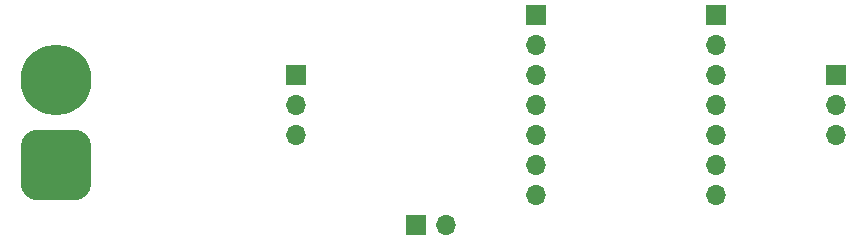
<source format=gbr>
%TF.GenerationSoftware,KiCad,Pcbnew,6.0.4-6f826c9f35~116~ubuntu20.04.1*%
%TF.CreationDate,2022-04-05T15:18:14+02:00*%
%TF.ProjectId,TestProject,54657374-5072-46f6-9a65-63742e6b6963,rev?*%
%TF.SameCoordinates,Original*%
%TF.FileFunction,Soldermask,Bot*%
%TF.FilePolarity,Negative*%
%FSLAX46Y46*%
G04 Gerber Fmt 4.6, Leading zero omitted, Abs format (unit mm)*
G04 Created by KiCad (PCBNEW 6.0.4-6f826c9f35~116~ubuntu20.04.1) date 2022-04-05 15:18:14*
%MOMM*%
%LPD*%
G01*
G04 APERTURE LIST*
G04 Aperture macros list*
%AMRoundRect*
0 Rectangle with rounded corners*
0 $1 Rounding radius*
0 $2 $3 $4 $5 $6 $7 $8 $9 X,Y pos of 4 corners*
0 Add a 4 corners polygon primitive as box body*
4,1,4,$2,$3,$4,$5,$6,$7,$8,$9,$2,$3,0*
0 Add four circle primitives for the rounded corners*
1,1,$1+$1,$2,$3*
1,1,$1+$1,$4,$5*
1,1,$1+$1,$6,$7*
1,1,$1+$1,$8,$9*
0 Add four rect primitives between the rounded corners*
20,1,$1+$1,$2,$3,$4,$5,0*
20,1,$1+$1,$4,$5,$6,$7,0*
20,1,$1+$1,$6,$7,$8,$9,0*
20,1,$1+$1,$8,$9,$2,$3,0*%
G04 Aperture macros list end*
%ADD10R,1.700000X1.700000*%
%ADD11O,1.700000X1.700000*%
%ADD12RoundRect,1.500000X1.500000X-1.500000X1.500000X1.500000X-1.500000X1.500000X-1.500000X-1.500000X0*%
%ADD13C,6.000000*%
G04 APERTURE END LIST*
D10*
%TO.C,J3_MCU_Right1*%
X76225000Y-17780000D03*
D11*
X76225000Y-20320000D03*
X76225000Y-22860000D03*
X76225000Y-25400000D03*
X76225000Y-27940000D03*
X76225000Y-30480000D03*
X76225000Y-33020000D03*
%TD*%
D12*
%TO.C,J1_XT60*%
X20320000Y-30480000D03*
D13*
X20320000Y-23280000D03*
%TD*%
D10*
%TO.C,J3_MCU_Left1*%
X60985000Y-17780000D03*
D11*
X60985000Y-20320000D03*
X60985000Y-22860000D03*
X60985000Y-25400000D03*
X60985000Y-27940000D03*
X60985000Y-30480000D03*
X60985000Y-33020000D03*
%TD*%
D10*
%TO.C,J5_Button1*%
X50800000Y-35560000D03*
D11*
X53340000Y-35560000D03*
%TD*%
D10*
%TO.C,J4_LED1*%
X86385000Y-22860000D03*
D11*
X86385000Y-25400000D03*
X86385000Y-27940000D03*
%TD*%
D10*
%TO.C,J2_Buck1*%
X40665000Y-22860000D03*
D11*
X40665000Y-25400000D03*
X40665000Y-27940000D03*
%TD*%
M02*

</source>
